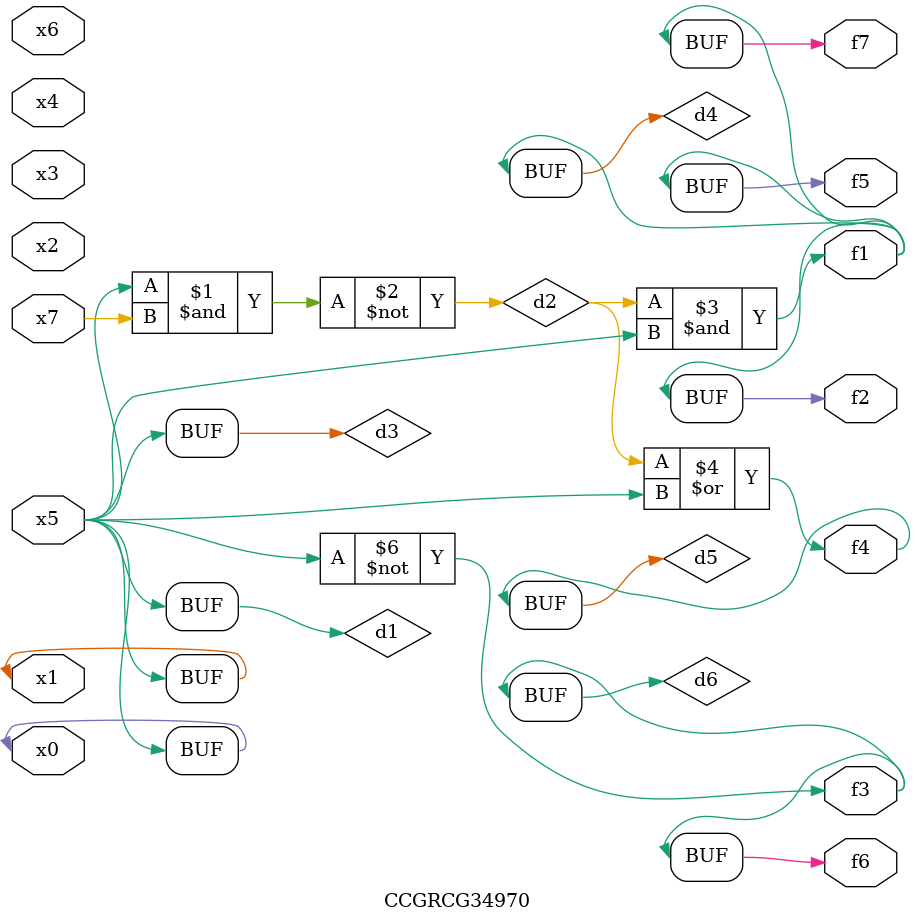
<source format=v>
module CCGRCG34970(
	input x0, x1, x2, x3, x4, x5, x6, x7,
	output f1, f2, f3, f4, f5, f6, f7
);

	wire d1, d2, d3, d4, d5, d6;

	buf (d1, x0, x5);
	nand (d2, x5, x7);
	buf (d3, x0, x1);
	and (d4, d2, d3);
	or (d5, d2, d3);
	nor (d6, d1, d3);
	assign f1 = d4;
	assign f2 = d4;
	assign f3 = d6;
	assign f4 = d5;
	assign f5 = d4;
	assign f6 = d6;
	assign f7 = d4;
endmodule

</source>
